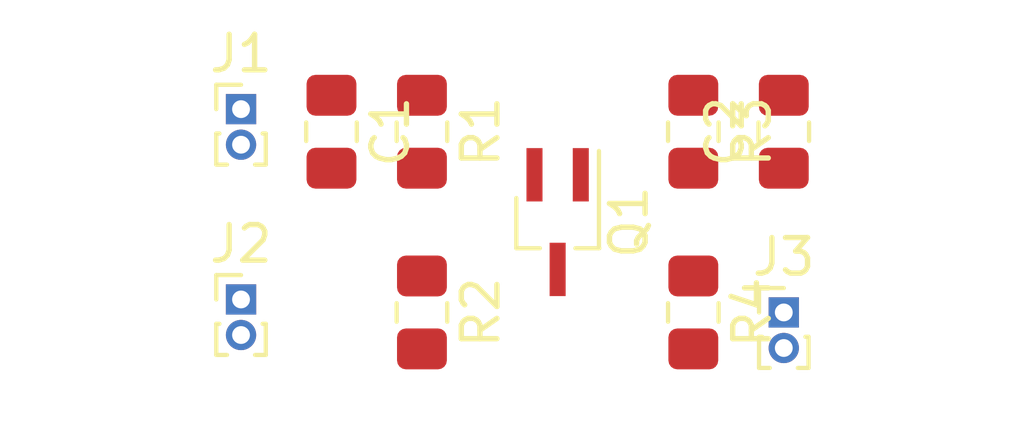
<source format=kicad_pcb>
(kicad_pcb (version 20171130) (host pcbnew 5.1.5+dfsg1-2build2)

  (general
    (thickness 1.6)
    (drawings 0)
    (tracks 0)
    (zones 0)
    (modules 10)
    (nets 8)
  )

  (page A4)
  (layers
    (0 F.Cu signal)
    (31 B.Cu signal)
    (32 B.Adhes user)
    (33 F.Adhes user)
    (34 B.Paste user)
    (35 F.Paste user)
    (36 B.SilkS user)
    (37 F.SilkS user)
    (38 B.Mask user)
    (39 F.Mask user)
    (40 Dwgs.User user)
    (41 Cmts.User user)
    (42 Eco1.User user)
    (43 Eco2.User user)
    (44 Edge.Cuts user)
    (45 Margin user)
    (46 B.CrtYd user)
    (47 F.CrtYd user)
    (48 B.Fab user)
    (49 F.Fab user)
  )

  (setup
    (last_trace_width 0.25)
    (trace_clearance 0.2)
    (zone_clearance 0.508)
    (zone_45_only no)
    (trace_min 0.2)
    (via_size 0.8)
    (via_drill 0.4)
    (via_min_size 0.4)
    (via_min_drill 0.3)
    (uvia_size 0.3)
    (uvia_drill 0.1)
    (uvias_allowed no)
    (uvia_min_size 0.2)
    (uvia_min_drill 0.1)
    (edge_width 0.05)
    (segment_width 0.2)
    (pcb_text_width 0.3)
    (pcb_text_size 1.5 1.5)
    (mod_edge_width 0.12)
    (mod_text_size 1 1)
    (mod_text_width 0.15)
    (pad_size 1.524 1.524)
    (pad_drill 0.762)
    (pad_to_mask_clearance 0.051)
    (solder_mask_min_width 0.25)
    (aux_axis_origin 0 0)
    (visible_elements FFFFFF7F)
    (pcbplotparams
      (layerselection 0x010fc_ffffffff)
      (usegerberextensions false)
      (usegerberattributes false)
      (usegerberadvancedattributes false)
      (creategerberjobfile false)
      (excludeedgelayer true)
      (linewidth 0.100000)
      (plotframeref false)
      (viasonmask false)
      (mode 1)
      (useauxorigin false)
      (hpglpennumber 1)
      (hpglpenspeed 20)
      (hpglpendiameter 15.000000)
      (psnegative false)
      (psa4output false)
      (plotreference true)
      (plotvalue true)
      (plotinvisibletext false)
      (padsonsilk false)
      (subtractmaskfromsilk false)
      (outputformat 1)
      (mirror false)
      (drillshape 1)
      (scaleselection 1)
      (outputdirectory ""))
  )

  (net 0 "")
  (net 1 "Net-(C1-Pad2)")
  (net 2 "Net-(C1-Pad1)")
  (net 3 "Net-(C2-Pad1)")
  (net 4 "Net-(C2-Pad2)")
  (net 5 VCC)
  (net 6 GND)
  (net 7 "Net-(Q1-Pad3)")

  (net_class Default "This is the default net class."
    (clearance 0.2)
    (trace_width 0.25)
    (via_dia 0.8)
    (via_drill 0.4)
    (uvia_dia 0.3)
    (uvia_drill 0.1)
    (add_net GND)
    (add_net "Net-(C1-Pad1)")
    (add_net "Net-(C1-Pad2)")
    (add_net "Net-(C2-Pad1)")
    (add_net "Net-(C2-Pad2)")
    (add_net "Net-(Q1-Pad3)")
    (add_net VCC)
  )

  (module Resistor_SMD:R_0805_2012Metric_Pad1.15x1.40mm_HandSolder (layer F.Cu) (tedit 5B36C52B) (tstamp 60484142)
    (at 109.22 91.44 270)
    (descr "Resistor SMD 0805 (2012 Metric), square (rectangular) end terminal, IPC_7351 nominal with elongated pad for handsoldering. (Body size source: https://docs.google.com/spreadsheets/d/1BsfQQcO9C6DZCsRaXUlFlo91Tg2WpOkGARC1WS5S8t0/edit?usp=sharing), generated with kicad-footprint-generator")
    (tags "resistor handsolder")
    (path /6049391F)
    (attr smd)
    (fp_text reference C1 (at 0 -1.65 90) (layer F.SilkS)
      (effects (font (size 1 1) (thickness 0.15)))
    )
    (fp_text value C (at 0 1.65 90) (layer F.Fab)
      (effects (font (size 1 1) (thickness 0.15)))
    )
    (fp_text user %R (at 0 0 90) (layer F.Fab)
      (effects (font (size 0.5 0.5) (thickness 0.08)))
    )
    (fp_line (start 1.85 0.95) (end -1.85 0.95) (layer F.CrtYd) (width 0.05))
    (fp_line (start 1.85 -0.95) (end 1.85 0.95) (layer F.CrtYd) (width 0.05))
    (fp_line (start -1.85 -0.95) (end 1.85 -0.95) (layer F.CrtYd) (width 0.05))
    (fp_line (start -1.85 0.95) (end -1.85 -0.95) (layer F.CrtYd) (width 0.05))
    (fp_line (start -0.261252 0.71) (end 0.261252 0.71) (layer F.SilkS) (width 0.12))
    (fp_line (start -0.261252 -0.71) (end 0.261252 -0.71) (layer F.SilkS) (width 0.12))
    (fp_line (start 1 0.6) (end -1 0.6) (layer F.Fab) (width 0.1))
    (fp_line (start 1 -0.6) (end 1 0.6) (layer F.Fab) (width 0.1))
    (fp_line (start -1 -0.6) (end 1 -0.6) (layer F.Fab) (width 0.1))
    (fp_line (start -1 0.6) (end -1 -0.6) (layer F.Fab) (width 0.1))
    (pad 2 smd roundrect (at 1.025 0 270) (size 1.15 1.4) (layers F.Cu F.Paste F.Mask) (roundrect_rratio 0.217391)
      (net 1 "Net-(C1-Pad2)"))
    (pad 1 smd roundrect (at -1.025 0 270) (size 1.15 1.4) (layers F.Cu F.Paste F.Mask) (roundrect_rratio 0.217391)
      (net 2 "Net-(C1-Pad1)"))
    (model ${KISYS3DMOD}/Resistor_SMD.3dshapes/R_0805_2012Metric.wrl
      (at (xyz 0 0 0))
      (scale (xyz 1 1 1))
      (rotate (xyz 0 0 0))
    )
  )

  (module Resistor_SMD:R_0805_2012Metric_Pad1.15x1.40mm_HandSolder (layer F.Cu) (tedit 5B36C52B) (tstamp 60484153)
    (at 121.92 91.44 90)
    (descr "Resistor SMD 0805 (2012 Metric), square (rectangular) end terminal, IPC_7351 nominal with elongated pad for handsoldering. (Body size source: https://docs.google.com/spreadsheets/d/1BsfQQcO9C6DZCsRaXUlFlo91Tg2WpOkGARC1WS5S8t0/edit?usp=sharing), generated with kicad-footprint-generator")
    (tags "resistor handsolder")
    (path /60490F91)
    (attr smd)
    (fp_text reference C2 (at 0 -1.65 90) (layer F.SilkS)
      (effects (font (size 1 1) (thickness 0.15)))
    )
    (fp_text value C (at 0 1.65 90) (layer F.Fab)
      (effects (font (size 1 1) (thickness 0.15)))
    )
    (fp_line (start -1 0.6) (end -1 -0.6) (layer F.Fab) (width 0.1))
    (fp_line (start -1 -0.6) (end 1 -0.6) (layer F.Fab) (width 0.1))
    (fp_line (start 1 -0.6) (end 1 0.6) (layer F.Fab) (width 0.1))
    (fp_line (start 1 0.6) (end -1 0.6) (layer F.Fab) (width 0.1))
    (fp_line (start -0.261252 -0.71) (end 0.261252 -0.71) (layer F.SilkS) (width 0.12))
    (fp_line (start -0.261252 0.71) (end 0.261252 0.71) (layer F.SilkS) (width 0.12))
    (fp_line (start -1.85 0.95) (end -1.85 -0.95) (layer F.CrtYd) (width 0.05))
    (fp_line (start -1.85 -0.95) (end 1.85 -0.95) (layer F.CrtYd) (width 0.05))
    (fp_line (start 1.85 -0.95) (end 1.85 0.95) (layer F.CrtYd) (width 0.05))
    (fp_line (start 1.85 0.95) (end -1.85 0.95) (layer F.CrtYd) (width 0.05))
    (fp_text user %R (at 1.27 -1.27 90) (layer F.Fab)
      (effects (font (size 0.5 0.5) (thickness 0.08)))
    )
    (pad 1 smd roundrect (at -1.025 0 90) (size 1.15 1.4) (layers F.Cu F.Paste F.Mask) (roundrect_rratio 0.217391)
      (net 3 "Net-(C2-Pad1)"))
    (pad 2 smd roundrect (at 1.025 0 90) (size 1.15 1.4) (layers F.Cu F.Paste F.Mask) (roundrect_rratio 0.217391)
      (net 4 "Net-(C2-Pad2)"))
    (model ${KISYS3DMOD}/Resistor_SMD.3dshapes/R_0805_2012Metric.wrl
      (at (xyz 0 0 0))
      (scale (xyz 1 1 1))
      (rotate (xyz 0 0 0))
    )
  )

  (module Connector_PinHeader_1.00mm:PinHeader_1x02_P1.00mm_Vertical (layer F.Cu) (tedit 59FED738) (tstamp 6048416B)
    (at 106.68 90.805)
    (descr "Through hole straight pin header, 1x02, 1.00mm pitch, single row")
    (tags "Through hole pin header THT 1x02 1.00mm single row")
    (path /60489BDC)
    (fp_text reference J1 (at 0 -1.56) (layer F.SilkS)
      (effects (font (size 1 1) (thickness 0.15)))
    )
    (fp_text value Conn_01x02_Male (at 0 2.56) (layer F.Fab)
      (effects (font (size 1 1) (thickness 0.15)))
    )
    (fp_line (start -0.3175 -0.5) (end 0.635 -0.5) (layer F.Fab) (width 0.1))
    (fp_line (start 0.635 -0.5) (end 0.635 1.5) (layer F.Fab) (width 0.1))
    (fp_line (start 0.635 1.5) (end -0.635 1.5) (layer F.Fab) (width 0.1))
    (fp_line (start -0.635 1.5) (end -0.635 -0.1825) (layer F.Fab) (width 0.1))
    (fp_line (start -0.635 -0.1825) (end -0.3175 -0.5) (layer F.Fab) (width 0.1))
    (fp_line (start -0.695 1.56) (end -0.394493 1.56) (layer F.SilkS) (width 0.12))
    (fp_line (start 0.394493 1.56) (end 0.695 1.56) (layer F.SilkS) (width 0.12))
    (fp_line (start -0.695 0.685) (end -0.695 1.56) (layer F.SilkS) (width 0.12))
    (fp_line (start 0.695 0.685) (end 0.695 1.56) (layer F.SilkS) (width 0.12))
    (fp_line (start -0.695 0.685) (end -0.608276 0.685) (layer F.SilkS) (width 0.12))
    (fp_line (start 0.608276 0.685) (end 0.695 0.685) (layer F.SilkS) (width 0.12))
    (fp_line (start -0.695 0) (end -0.695 -0.685) (layer F.SilkS) (width 0.12))
    (fp_line (start -0.695 -0.685) (end 0 -0.685) (layer F.SilkS) (width 0.12))
    (fp_line (start -1.15 -1) (end -1.15 2) (layer F.CrtYd) (width 0.05))
    (fp_line (start -1.15 2) (end 1.15 2) (layer F.CrtYd) (width 0.05))
    (fp_line (start 1.15 2) (end 1.15 -1) (layer F.CrtYd) (width 0.05))
    (fp_line (start 1.15 -1) (end -1.15 -1) (layer F.CrtYd) (width 0.05))
    (fp_text user %R (at 0 0.5 90) (layer F.Fab)
      (effects (font (size 0.76 0.76) (thickness 0.114)))
    )
    (pad 1 thru_hole rect (at 0 0) (size 0.85 0.85) (drill 0.5) (layers *.Cu *.Mask)
      (net 5 VCC))
    (pad 2 thru_hole oval (at 0 1) (size 0.85 0.85) (drill 0.5) (layers *.Cu *.Mask)
      (net 6 GND))
    (model ${KISYS3DMOD}/Connector_PinHeader_1.00mm.3dshapes/PinHeader_1x02_P1.00mm_Vertical.wrl
      (at (xyz 0 0 0))
      (scale (xyz 1 1 1))
      (rotate (xyz 0 0 0))
    )
  )

  (module Connector_PinHeader_1.00mm:PinHeader_1x02_P1.00mm_Vertical (layer F.Cu) (tedit 59FED738) (tstamp 60484183)
    (at 106.68 96.155)
    (descr "Through hole straight pin header, 1x02, 1.00mm pitch, single row")
    (tags "Through hole pin header THT 1x02 1.00mm single row")
    (path /60488169)
    (fp_text reference J2 (at 0 -1.56) (layer F.SilkS)
      (effects (font (size 1 1) (thickness 0.15)))
    )
    (fp_text value Conn_01x02_Male (at 0 2.56) (layer F.Fab)
      (effects (font (size 1 1) (thickness 0.15)))
    )
    (fp_line (start -0.3175 -0.5) (end 0.635 -0.5) (layer F.Fab) (width 0.1))
    (fp_line (start 0.635 -0.5) (end 0.635 1.5) (layer F.Fab) (width 0.1))
    (fp_line (start 0.635 1.5) (end -0.635 1.5) (layer F.Fab) (width 0.1))
    (fp_line (start -0.635 1.5) (end -0.635 -0.1825) (layer F.Fab) (width 0.1))
    (fp_line (start -0.635 -0.1825) (end -0.3175 -0.5) (layer F.Fab) (width 0.1))
    (fp_line (start -0.695 1.56) (end -0.394493 1.56) (layer F.SilkS) (width 0.12))
    (fp_line (start 0.394493 1.56) (end 0.695 1.56) (layer F.SilkS) (width 0.12))
    (fp_line (start -0.695 0.685) (end -0.695 1.56) (layer F.SilkS) (width 0.12))
    (fp_line (start 0.695 0.685) (end 0.695 1.56) (layer F.SilkS) (width 0.12))
    (fp_line (start -0.695 0.685) (end -0.608276 0.685) (layer F.SilkS) (width 0.12))
    (fp_line (start 0.608276 0.685) (end 0.695 0.685) (layer F.SilkS) (width 0.12))
    (fp_line (start -0.695 0) (end -0.695 -0.685) (layer F.SilkS) (width 0.12))
    (fp_line (start -0.695 -0.685) (end 0 -0.685) (layer F.SilkS) (width 0.12))
    (fp_line (start -1.15 -1) (end -1.15 2) (layer F.CrtYd) (width 0.05))
    (fp_line (start -1.15 2) (end 1.15 2) (layer F.CrtYd) (width 0.05))
    (fp_line (start 1.15 2) (end 1.15 -1) (layer F.CrtYd) (width 0.05))
    (fp_line (start 1.15 -1) (end -1.15 -1) (layer F.CrtYd) (width 0.05))
    (fp_text user %R (at 0 0.5 90) (layer F.Fab)
      (effects (font (size 0.76 0.76) (thickness 0.114)))
    )
    (pad 1 thru_hole rect (at 0 0) (size 0.85 0.85) (drill 0.5) (layers *.Cu *.Mask)
      (net 1 "Net-(C1-Pad2)"))
    (pad 2 thru_hole oval (at 0 1) (size 0.85 0.85) (drill 0.5) (layers *.Cu *.Mask)
      (net 6 GND))
    (model ${KISYS3DMOD}/Connector_PinHeader_1.00mm.3dshapes/PinHeader_1x02_P1.00mm_Vertical.wrl
      (at (xyz 0 0 0))
      (scale (xyz 1 1 1))
      (rotate (xyz 0 0 0))
    )
  )

  (module Connector_PinHeader_1.00mm:PinHeader_1x02_P1.00mm_Vertical (layer F.Cu) (tedit 59FED738) (tstamp 6048419B)
    (at 121.92 96.52)
    (descr "Through hole straight pin header, 1x02, 1.00mm pitch, single row")
    (tags "Through hole pin header THT 1x02 1.00mm single row")
    (path /604898FA)
    (fp_text reference J3 (at 0 -1.56) (layer F.SilkS)
      (effects (font (size 1 1) (thickness 0.15)))
    )
    (fp_text value Conn_01x02_Male (at 0 2.56) (layer F.Fab)
      (effects (font (size 1 1) (thickness 0.15)))
    )
    (fp_text user %R (at 0 0.5 90) (layer F.Fab)
      (effects (font (size 0.76 0.76) (thickness 0.114)))
    )
    (fp_line (start 1.15 -1) (end -1.15 -1) (layer F.CrtYd) (width 0.05))
    (fp_line (start 1.15 2) (end 1.15 -1) (layer F.CrtYd) (width 0.05))
    (fp_line (start -1.15 2) (end 1.15 2) (layer F.CrtYd) (width 0.05))
    (fp_line (start -1.15 -1) (end -1.15 2) (layer F.CrtYd) (width 0.05))
    (fp_line (start -0.695 -0.685) (end 0 -0.685) (layer F.SilkS) (width 0.12))
    (fp_line (start -0.695 0) (end -0.695 -0.685) (layer F.SilkS) (width 0.12))
    (fp_line (start 0.608276 0.685) (end 0.695 0.685) (layer F.SilkS) (width 0.12))
    (fp_line (start -0.695 0.685) (end -0.608276 0.685) (layer F.SilkS) (width 0.12))
    (fp_line (start 0.695 0.685) (end 0.695 1.56) (layer F.SilkS) (width 0.12))
    (fp_line (start -0.695 0.685) (end -0.695 1.56) (layer F.SilkS) (width 0.12))
    (fp_line (start 0.394493 1.56) (end 0.695 1.56) (layer F.SilkS) (width 0.12))
    (fp_line (start -0.695 1.56) (end -0.394493 1.56) (layer F.SilkS) (width 0.12))
    (fp_line (start -0.635 -0.1825) (end -0.3175 -0.5) (layer F.Fab) (width 0.1))
    (fp_line (start -0.635 1.5) (end -0.635 -0.1825) (layer F.Fab) (width 0.1))
    (fp_line (start 0.635 1.5) (end -0.635 1.5) (layer F.Fab) (width 0.1))
    (fp_line (start 0.635 -0.5) (end 0.635 1.5) (layer F.Fab) (width 0.1))
    (fp_line (start -0.3175 -0.5) (end 0.635 -0.5) (layer F.Fab) (width 0.1))
    (pad 2 thru_hole oval (at 0 1) (size 0.85 0.85) (drill 0.5) (layers *.Cu *.Mask)
      (net 3 "Net-(C2-Pad1)"))
    (pad 1 thru_hole rect (at 0 0) (size 0.85 0.85) (drill 0.5) (layers *.Cu *.Mask)
      (net 6 GND))
    (model ${KISYS3DMOD}/Connector_PinHeader_1.00mm.3dshapes/PinHeader_1x02_P1.00mm_Vertical.wrl
      (at (xyz 0 0 0))
      (scale (xyz 1 1 1))
      (rotate (xyz 0 0 0))
    )
  )

  (module Package_TO_SOT_SMD:SOT-323_SC-70_Handsoldering (layer F.Cu) (tedit 5A02FF57) (tstamp 604841B0)
    (at 115.57 93.98 270)
    (descr "SOT-323, SC-70 Handsoldering")
    (tags "SOT-323 SC-70 Handsoldering")
    (path /6047EA99)
    (attr smd)
    (fp_text reference Q1 (at 0 -2 90) (layer F.SilkS)
      (effects (font (size 1 1) (thickness 0.15)))
    )
    (fp_text value BC547 (at 0 2.05 90) (layer F.Fab)
      (effects (font (size 1 1) (thickness 0.15)))
    )
    (fp_text user %R (at 0 0) (layer F.Fab)
      (effects (font (size 0.5 0.5) (thickness 0.075)))
    )
    (fp_line (start 0.735 0.5) (end 0.735 1.16) (layer F.SilkS) (width 0.12))
    (fp_line (start 0.735 -1.17) (end 0.735 -0.5) (layer F.SilkS) (width 0.12))
    (fp_line (start 2.4 1.3) (end -2.4 1.3) (layer F.CrtYd) (width 0.05))
    (fp_line (start 2.4 -1.3) (end 2.4 1.3) (layer F.CrtYd) (width 0.05))
    (fp_line (start -2.4 -1.3) (end 2.4 -1.3) (layer F.CrtYd) (width 0.05))
    (fp_line (start -2.4 1.3) (end -2.4 -1.3) (layer F.CrtYd) (width 0.05))
    (fp_line (start 0.735 -1.16) (end -2 -1.16) (layer F.SilkS) (width 0.12))
    (fp_line (start -0.675 1.16) (end 0.735 1.16) (layer F.SilkS) (width 0.12))
    (fp_line (start 0.675 -1.1) (end -0.175 -1.1) (layer F.Fab) (width 0.1))
    (fp_line (start -0.675 -0.6) (end -0.675 1.1) (layer F.Fab) (width 0.1))
    (fp_line (start 0.675 -1.1) (end 0.675 1.1) (layer F.Fab) (width 0.1))
    (fp_line (start 0.675 1.1) (end -0.675 1.1) (layer F.Fab) (width 0.1))
    (fp_line (start -0.175 -1.1) (end -0.675 -0.6) (layer F.Fab) (width 0.1))
    (pad 1 smd rect (at -1.33 -0.65 180) (size 0.45 1.5) (layers F.Cu F.Paste F.Mask)
      (net 4 "Net-(C2-Pad2)"))
    (pad 2 smd rect (at -1.33 0.65 180) (size 0.45 1.5) (layers F.Cu F.Paste F.Mask)
      (net 2 "Net-(C1-Pad1)"))
    (pad 3 smd rect (at 1.33 0 180) (size 0.45 1.5) (layers F.Cu F.Paste F.Mask)
      (net 7 "Net-(Q1-Pad3)"))
    (model ${KISYS3DMOD}/Package_TO_SOT_SMD.3dshapes/SOT-323_SC-70.wrl
      (at (xyz 0 0 0))
      (scale (xyz 1 1 1))
      (rotate (xyz 0 0 0))
    )
  )

  (module Resistor_SMD:R_0805_2012Metric_Pad1.15x1.40mm_HandSolder (layer F.Cu) (tedit 5B36C52B) (tstamp 604841C1)
    (at 111.76 91.44 270)
    (descr "Resistor SMD 0805 (2012 Metric), square (rectangular) end terminal, IPC_7351 nominal with elongated pad for handsoldering. (Body size source: https://docs.google.com/spreadsheets/d/1BsfQQcO9C6DZCsRaXUlFlo91Tg2WpOkGARC1WS5S8t0/edit?usp=sharing), generated with kicad-footprint-generator")
    (tags "resistor handsolder")
    (path /60480728)
    (attr smd)
    (fp_text reference R1 (at 0 -1.65 90) (layer F.SilkS)
      (effects (font (size 1 1) (thickness 0.15)))
    )
    (fp_text value R (at 0 1.65 90) (layer F.Fab)
      (effects (font (size 1 1) (thickness 0.15)))
    )
    (fp_text user %R (at -3.145001 0 90) (layer F.Fab)
      (effects (font (size 0.5 0.5) (thickness 0.08)))
    )
    (fp_line (start 1.85 0.95) (end -1.85 0.95) (layer F.CrtYd) (width 0.05))
    (fp_line (start 1.85 -0.95) (end 1.85 0.95) (layer F.CrtYd) (width 0.05))
    (fp_line (start -1.85 -0.95) (end 1.85 -0.95) (layer F.CrtYd) (width 0.05))
    (fp_line (start -1.85 0.95) (end -1.85 -0.95) (layer F.CrtYd) (width 0.05))
    (fp_line (start -0.261252 0.71) (end 0.261252 0.71) (layer F.SilkS) (width 0.12))
    (fp_line (start -0.261252 -0.71) (end 0.261252 -0.71) (layer F.SilkS) (width 0.12))
    (fp_line (start 1 0.6) (end -1 0.6) (layer F.Fab) (width 0.1))
    (fp_line (start 1 -0.6) (end 1 0.6) (layer F.Fab) (width 0.1))
    (fp_line (start -1 -0.6) (end 1 -0.6) (layer F.Fab) (width 0.1))
    (fp_line (start -1 0.6) (end -1 -0.6) (layer F.Fab) (width 0.1))
    (pad 2 smd roundrect (at 1.025 0 270) (size 1.15 1.4) (layers F.Cu F.Paste F.Mask) (roundrect_rratio 0.217391)
      (net 2 "Net-(C1-Pad1)"))
    (pad 1 smd roundrect (at -1.025 0 270) (size 1.15 1.4) (layers F.Cu F.Paste F.Mask) (roundrect_rratio 0.217391)
      (net 5 VCC))
    (model ${KISYS3DMOD}/Resistor_SMD.3dshapes/R_0805_2012Metric.wrl
      (at (xyz 0 0 0))
      (scale (xyz 1 1 1))
      (rotate (xyz 0 0 0))
    )
  )

  (module Resistor_SMD:R_0805_2012Metric_Pad1.15x1.40mm_HandSolder (layer F.Cu) (tedit 5B36C52B) (tstamp 604841D2)
    (at 111.76 96.52 270)
    (descr "Resistor SMD 0805 (2012 Metric), square (rectangular) end terminal, IPC_7351 nominal with elongated pad for handsoldering. (Body size source: https://docs.google.com/spreadsheets/d/1BsfQQcO9C6DZCsRaXUlFlo91Tg2WpOkGARC1WS5S8t0/edit?usp=sharing), generated with kicad-footprint-generator")
    (tags "resistor handsolder")
    (path /60482B47)
    (attr smd)
    (fp_text reference R2 (at 0 -1.65 90) (layer F.SilkS)
      (effects (font (size 1 1) (thickness 0.15)))
    )
    (fp_text value R (at 0 1.65 270) (layer F.Fab)
      (effects (font (size 1 1) (thickness 0.15)))
    )
    (fp_text user %R (at 0 -0.180001 90) (layer F.Fab)
      (effects (font (size 0.5 0.5) (thickness 0.08)))
    )
    (fp_line (start 1.85 0.95) (end -1.85 0.95) (layer F.CrtYd) (width 0.05))
    (fp_line (start 1.85 -0.95) (end 1.85 0.95) (layer F.CrtYd) (width 0.05))
    (fp_line (start -1.85 -0.95) (end 1.85 -0.95) (layer F.CrtYd) (width 0.05))
    (fp_line (start -1.85 0.95) (end -1.85 -0.95) (layer F.CrtYd) (width 0.05))
    (fp_line (start -0.261252 0.71) (end 0.261252 0.71) (layer F.SilkS) (width 0.12))
    (fp_line (start -0.261252 -0.71) (end 0.261252 -0.71) (layer F.SilkS) (width 0.12))
    (fp_line (start 1 0.6) (end -1 0.6) (layer F.Fab) (width 0.1))
    (fp_line (start 1 -0.6) (end 1 0.6) (layer F.Fab) (width 0.1))
    (fp_line (start -1 -0.6) (end 1 -0.6) (layer F.Fab) (width 0.1))
    (fp_line (start -1 0.6) (end -1 -0.6) (layer F.Fab) (width 0.1))
    (pad 2 smd roundrect (at 1.025 0 270) (size 1.15 1.4) (layers F.Cu F.Paste F.Mask) (roundrect_rratio 0.217391)
      (net 6 GND))
    (pad 1 smd roundrect (at -1.025 0 270) (size 1.15 1.4) (layers F.Cu F.Paste F.Mask) (roundrect_rratio 0.217391)
      (net 2 "Net-(C1-Pad1)"))
    (model ${KISYS3DMOD}/Resistor_SMD.3dshapes/R_0805_2012Metric.wrl
      (at (xyz 0 0 0))
      (scale (xyz 1 1 1))
      (rotate (xyz 0 0 0))
    )
  )

  (module Resistor_SMD:R_0805_2012Metric_Pad1.15x1.40mm_HandSolder (layer F.Cu) (tedit 5B36C52B) (tstamp 604841E3)
    (at 119.38 91.44 270)
    (descr "Resistor SMD 0805 (2012 Metric), square (rectangular) end terminal, IPC_7351 nominal with elongated pad for handsoldering. (Body size source: https://docs.google.com/spreadsheets/d/1BsfQQcO9C6DZCsRaXUlFlo91Tg2WpOkGARC1WS5S8t0/edit?usp=sharing), generated with kicad-footprint-generator")
    (tags "resistor handsolder")
    (path /6047FA96)
    (attr smd)
    (fp_text reference R3 (at 0 -1.65 90) (layer F.SilkS)
      (effects (font (size 1 1) (thickness 0.15)))
    )
    (fp_text value R (at 0 1.65 90) (layer F.Fab)
      (effects (font (size 1 1) (thickness 0.15)))
    )
    (fp_line (start -1 0.6) (end -1 -0.6) (layer F.Fab) (width 0.1))
    (fp_line (start -1 -0.6) (end 1 -0.6) (layer F.Fab) (width 0.1))
    (fp_line (start 1 -0.6) (end 1 0.6) (layer F.Fab) (width 0.1))
    (fp_line (start 1 0.6) (end -1 0.6) (layer F.Fab) (width 0.1))
    (fp_line (start -0.261252 -0.71) (end 0.261252 -0.71) (layer F.SilkS) (width 0.12))
    (fp_line (start -0.261252 0.71) (end 0.261252 0.71) (layer F.SilkS) (width 0.12))
    (fp_line (start -1.85 0.95) (end -1.85 -0.95) (layer F.CrtYd) (width 0.05))
    (fp_line (start -1.85 -0.95) (end 1.85 -0.95) (layer F.CrtYd) (width 0.05))
    (fp_line (start 1.85 -0.95) (end 1.85 0.95) (layer F.CrtYd) (width 0.05))
    (fp_line (start 1.85 0.95) (end -1.85 0.95) (layer F.CrtYd) (width 0.05))
    (fp_text user %R (at 0 0 90) (layer F.Fab)
      (effects (font (size 0.5 0.5) (thickness 0.08)))
    )
    (pad 1 smd roundrect (at -1.025 0 270) (size 1.15 1.4) (layers F.Cu F.Paste F.Mask) (roundrect_rratio 0.217391)
      (net 5 VCC))
    (pad 2 smd roundrect (at 1.025 0 270) (size 1.15 1.4) (layers F.Cu F.Paste F.Mask) (roundrect_rratio 0.217391)
      (net 4 "Net-(C2-Pad2)"))
    (model ${KISYS3DMOD}/Resistor_SMD.3dshapes/R_0805_2012Metric.wrl
      (at (xyz 0 0 0))
      (scale (xyz 1 1 1))
      (rotate (xyz 0 0 0))
    )
  )

  (module Resistor_SMD:R_0805_2012Metric_Pad1.15x1.40mm_HandSolder (layer F.Cu) (tedit 5B36C52B) (tstamp 604841F4)
    (at 119.38 96.52 270)
    (descr "Resistor SMD 0805 (2012 Metric), square (rectangular) end terminal, IPC_7351 nominal with elongated pad for handsoldering. (Body size source: https://docs.google.com/spreadsheets/d/1BsfQQcO9C6DZCsRaXUlFlo91Tg2WpOkGARC1WS5S8t0/edit?usp=sharing), generated with kicad-footprint-generator")
    (tags "resistor handsolder")
    (path /60482B41)
    (attr smd)
    (fp_text reference R4 (at 0 -1.65 90) (layer F.SilkS)
      (effects (font (size 1 1) (thickness 0.15)))
    )
    (fp_text value R (at 0 1.65 90) (layer F.Fab)
      (effects (font (size 1 1) (thickness 0.15)))
    )
    (fp_line (start -1 0.6) (end -1 -0.6) (layer F.Fab) (width 0.1))
    (fp_line (start -1 -0.6) (end 1 -0.6) (layer F.Fab) (width 0.1))
    (fp_line (start 1 -0.6) (end 1 0.6) (layer F.Fab) (width 0.1))
    (fp_line (start 1 0.6) (end -1 0.6) (layer F.Fab) (width 0.1))
    (fp_line (start -0.261252 -0.71) (end 0.261252 -0.71) (layer F.SilkS) (width 0.12))
    (fp_line (start -0.261252 0.71) (end 0.261252 0.71) (layer F.SilkS) (width 0.12))
    (fp_line (start -1.85 0.95) (end -1.85 -0.95) (layer F.CrtYd) (width 0.05))
    (fp_line (start -1.85 -0.95) (end 1.85 -0.95) (layer F.CrtYd) (width 0.05))
    (fp_line (start 1.85 -0.95) (end 1.85 0.95) (layer F.CrtYd) (width 0.05))
    (fp_line (start 1.85 0.95) (end -1.85 0.95) (layer F.CrtYd) (width 0.05))
    (fp_text user %R (at 0 0 90) (layer F.Fab)
      (effects (font (size 0.5 0.5) (thickness 0.08)))
    )
    (pad 1 smd roundrect (at -1.025 0 270) (size 1.15 1.4) (layers F.Cu F.Paste F.Mask) (roundrect_rratio 0.217391)
      (net 7 "Net-(Q1-Pad3)"))
    (pad 2 smd roundrect (at 1.025 0 270) (size 1.15 1.4) (layers F.Cu F.Paste F.Mask) (roundrect_rratio 0.217391)
      (net 6 GND))
    (model ${KISYS3DMOD}/Resistor_SMD.3dshapes/R_0805_2012Metric.wrl
      (at (xyz 0 0 0))
      (scale (xyz 1 1 1))
      (rotate (xyz 0 0 0))
    )
  )

)

</source>
